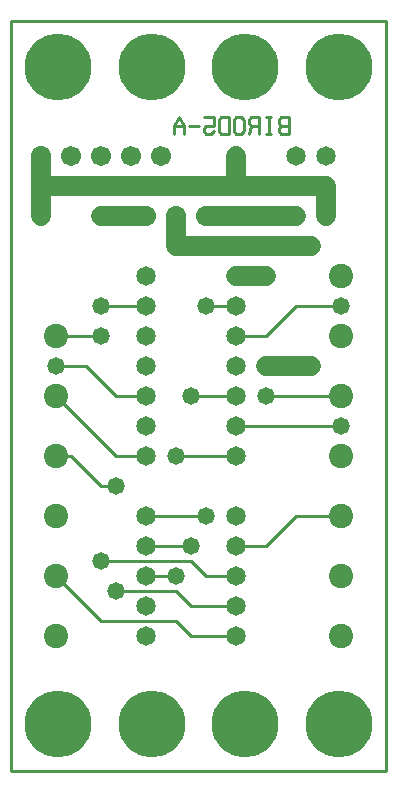
<source format=gbl>
%MOIN*%
%FSLAX25Y25*%
G04 D10 used for Character Trace; *
G04     Circle (OD=.01000) (No hole)*
G04 D11 used for Power Trace; *
G04     Circle (OD=.06700) (No hole)*
G04 D12 used for Signal Trace; *
G04     Circle (OD=.01100) (No hole)*
G04 D13 used for Via; *
G04     Circle (OD=.05800) (Round. Hole ID=.02800)*
G04 D14 used for Component hole; *
G04     Circle (OD=.06500) (Round. Hole ID=.03500)*
G04 D15 used for Component hole; *
G04     Circle (OD=.06700) (Round. Hole ID=.04300)*
G04 D16 used for Component hole; *
G04     Circle (OD=.08100) (Round. Hole ID=.05100)*
G04 D17 used for Component hole; *
G04     Circle (OD=.08900) (Round. Hole ID=.05900)*
G04 D18 used for Component hole; *
G04     Circle (OD=.11300) (Round. Hole ID=.08300)*
G04 D19 used for Component hole; *
G04     Circle (OD=.16000) (Round. Hole ID=.13000)*
G04 D20 used for Component hole; *
G04     Circle (OD=.18300) (Round. Hole ID=.15300)*
G04 D21 used for Component hole; *
G04     Circle (OD=.22291) (Round. Hole ID=.19291)*
%ADD10C,.01000*%
%ADD11C,.06700*%
%ADD12C,.01100*%
%ADD13C,.05800*%
%ADD14C,.06500*%
%ADD15C,.06700*%
%ADD16C,.08100*%
%ADD17C,.08900*%
%ADD18C,.11300*%
%ADD19C,.16000*%
%ADD20C,.18300*%
%ADD21C,.22291*%
%IPPOS*%
%LPD*%
G90*X0Y0D02*D21*X15625Y15625D03*D14*              
X45000Y45000D03*D16*X15000D03*D21*X46875Y15625D03*
D12*X30000Y50000D02*X55000D01*X60000Y45000D01*    
X75000D01*D14*D03*Y55000D03*D12*X60000D01*        
X55000Y60000D01*X35000D01*D13*D03*D14*            
X45000Y55000D03*D12*X30000Y50000D02*              
X15000Y65000D01*D16*D03*D13*X30000Y70000D03*D12*  
X60000D01*X65000Y65000D01*X75000D01*D14*D03*D12*  
Y75000D02*X85000D01*D14*X75000D03*D13*            
X65000Y85000D03*D12*X45000D01*D14*D03*D13*        
X35000Y95000D03*D12*X30000D01*X20000Y105000D01*   
X15000D01*D16*D03*D12*X35000Y125000D02*X45000D01* 
D14*D03*Y135000D03*D12*X35000Y125000D02*          
X25000Y135000D01*X15000D01*D13*D03*D16*Y145000D03*
D12*X30000D01*D13*D03*Y155000D03*D12*X45000D01*   
D14*D03*Y165000D03*Y145000D03*D11*                
X55000Y175000D02*X100000D01*D13*D03*D16*          
X110000Y165000D03*D14*X105000Y185000D03*D11*      
Y195000D01*X85000D01*D14*D03*D11*X75000D01*       
X10000D01*Y185000D01*D14*D03*D11*Y195000D02*      
Y205000D01*D15*D03*X20000D03*D14*X30000Y185000D03*
D11*X45000D01*D15*D03*D11*X55000Y175000D02*       
Y185000D01*D15*D03*X65000D03*D11*X75000D01*D14*   
D03*D11*X95000D01*D14*D03*X75000Y205000D03*D11*   
Y195000D01*D10*X92511Y212129D02*Y217871D01*       
X90000D01*X89163Y216914D01*Y215957D01*            
X90000Y215000D01*X89163Y214043D01*Y213086D01*     
X90000Y212129D01*X92511D01*Y215000D02*X90000D01*  
X85837Y212129D02*Y217871D01*X86674Y212129D02*     
X85000D01*X86674Y217871D02*X85000D01*             
X82511Y212129D02*Y217871D01*X80000D01*            
X79163Y216914D01*Y215957D01*X80000Y215000D01*     
X82511D01*X80000D02*X79163Y212129D01*             
X74163Y213086D02*X75000Y212129D01*X76674D01*      
X77511Y213086D01*Y216914D01*X76674Y217871D01*     
X75000D01*X74163Y216914D01*Y213086D01*            
X72511Y212129D02*Y217871D01*X70000D01*            
X69163Y216914D01*Y213086D01*X70000Y212129D01*     
X72511D01*X64163Y217871D02*X67511D01*Y215000D01*  
X65000D01*X64163Y214043D01*Y213086D01*            
X65000Y212129D01*X66674D01*X67511Y213086D01*      
X62511Y215000D02*X59163D01*X57511Y212129D02*      
Y215000D01*X55837Y217871D01*X54163Y215000D01*     
Y212129D01*X57511Y215000D02*X54163D01*D14*        
X95000Y205000D03*D15*X50000D03*D14*               
X75000Y165000D03*D11*X85000D01*D13*D03*D12*       
Y145000D02*X95000Y155000D01*X75000Y145000D02*     
X85000D01*D14*X75000D03*D13*X85000Y135000D03*D11* 
X100000D01*D13*D03*D16*X110000Y125000D03*D12*     
X85000D01*D13*D03*D14*X75000Y135000D03*Y115000D03*
D12*X110000D01*D13*D03*D16*Y105000D03*D12*        
X85000Y75000D02*X95000Y85000D01*X110000D01*D16*   
D03*Y65000D03*D14*X75000Y105000D03*D12*X55000D01* 
D13*D03*D14*X45000Y115000D03*Y105000D03*D12*      
X35000D01*X15000Y125000D01*D16*D03*Y85000D03*D13* 
X60000Y125000D03*D12*X75000D01*D14*D03*D12*       
X95000Y155000D02*X110000D01*D13*D03*D16*          
Y145000D03*D14*X75000Y155000D03*D12*X65000D01*D13*
D03*D14*X105000Y205000D03*D15*X40000D03*X30000D03*
D14*X75000Y85000D03*D21*X109375Y234375D03*D14*    
X45000Y75000D03*D12*X60000D01*D13*D03*            
X55000Y65000D03*D12*X45000D01*D14*D03*D21*        
X78125Y15625D03*X109375D03*D12*X0Y0D02*X125000D01*
Y250000D01*X0D01*Y0D01*D16*X110000Y45000D03*D21*  
X78125Y234375D03*X46875D03*X15625D03*M02*         

</source>
